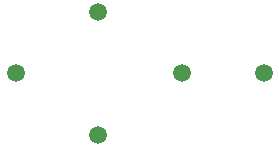
<source format=gbr>
%TF.GenerationSoftware,KiCad,Pcbnew,(6.0.9)*%
%TF.CreationDate,2023-04-18T10:07:27+02:00*%
%TF.ProjectId,midi-biels-2,6d696469-2d62-4696-956c-732d322e6b69,rev?*%
%TF.SameCoordinates,Original*%
%TF.FileFunction,Copper,L2,Bot*%
%TF.FilePolarity,Positive*%
%FSLAX46Y46*%
G04 Gerber Fmt 4.6, Leading zero omitted, Abs format (unit mm)*
G04 Created by KiCad (PCBNEW (6.0.9)) date 2023-04-18 10:07:27*
%MOMM*%
%LPD*%
G01*
G04 APERTURE LIST*
%TA.AperFunction,ViaPad*%
%ADD10C,1.500000*%
%TD*%
G04 APERTURE END LIST*
D10*
%TO.N,*%
X60700000Y-55750000D03*
X67600000Y-55750000D03*
X53600000Y-60950000D03*
X53600000Y-50550000D03*
X46600000Y-55750000D03*
%TD*%
M02*

</source>
